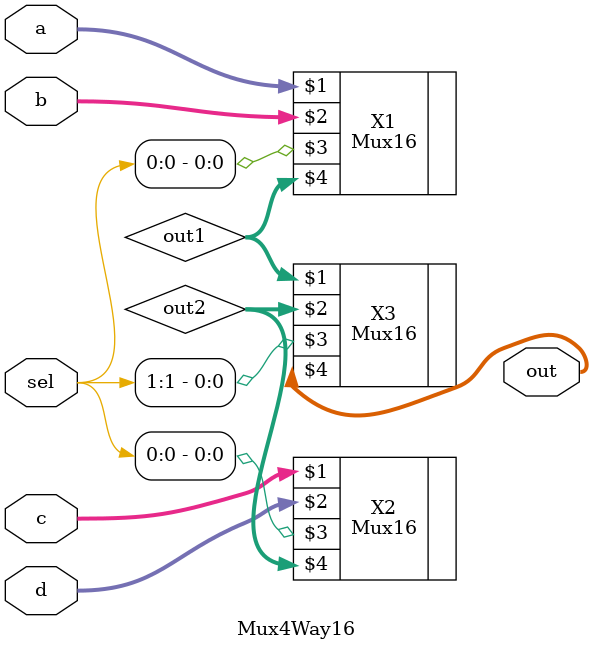
<source format=v>
`timescale 1ns / 1ps
module Mux4Way16(input [15:0] a,b,c,d,
    input [1:0] sel,
    output [15:0] out);
    wire [15:0] out1,out2;
    Mux16 X1(a,b,sel[0],out1);
    Mux16 X2(c,d,sel[0],out2);
    Mux16 X3(out1,out2,sel[1],out);
endmodule
</source>
